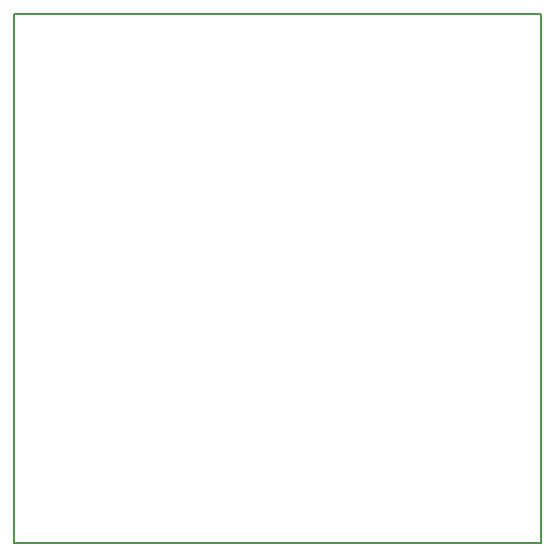
<source format=gbo>
G04 MADE WITH FRITZING*
G04 WWW.FRITZING.ORG*
G04 DOUBLE SIDED*
G04 HOLES PLATED*
G04 CONTOUR ON CENTER OF CONTOUR VECTOR*
%ASAXBY*%
%FSLAX23Y23*%
%MOIN*%
%OFA0B0*%
%SFA1.0B1.0*%
%ADD10R,1.763220X1.768900X1.747220X1.752900*%
%ADD11C,0.008000*%
%LNSILK0*%
G90*
G70*
G54D11*
X4Y1765D02*
X1759Y1765D01*
X1759Y4D01*
X4Y4D01*
X4Y1765D01*
D02*
G04 End of Silk0*
M02*
</source>
